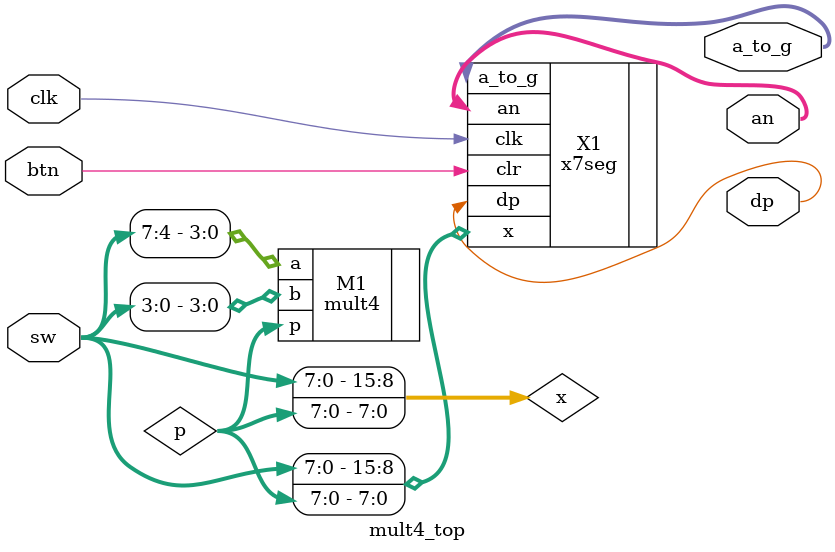
<source format=v>
module mult4_top(
  input wire clk,
  input wire btn,
  input wire [7:0] sw,
  output wire [6:0] a_to_g,
  output wire [3:0] an,
  output wire dp
);
  wire [15:0] x;
  wire [7:0] p;
  assign x[15:12] = sw[7:4];
  assign x[11:8] = sw[3:0];
  assign x[7:0] = p;
  mult4 M1 (.a(sw[7:4]),
            .b(sw[3:0]),
			.p(p)
  );
  x7seg X1 (.x(x),
            .clk(clk),
			.clr(btn),
			.a_to_g(a_to_g),
			.an(an),
			.dp(dp)
  );
endmodule
</source>
